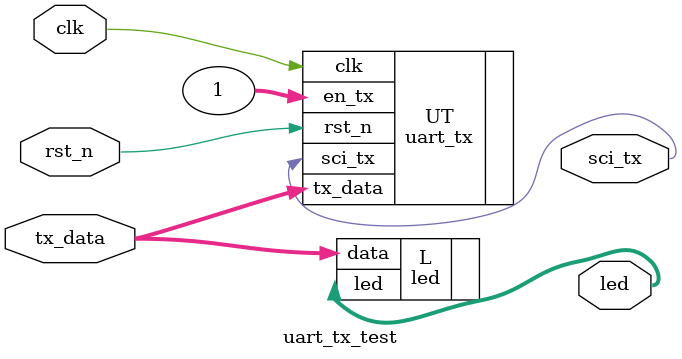
<source format=v>
module uart_tx_test(
    clk, rst_n, tx_data,
    sci_tx, led
);

parameter en = 1;

input clk, rst_n;
input [7:0] tx_data;

output [7:0] led;
output sci_tx;

uart_tx UT(
    .clk(clk),
    .rst_n(rst_n),
    .tx_data(tx_data),
    .en_tx(en),
    .sci_tx(sci_tx)
);

led L(
    .data(tx_data),
    .led(led)
);

endmodule
</source>
